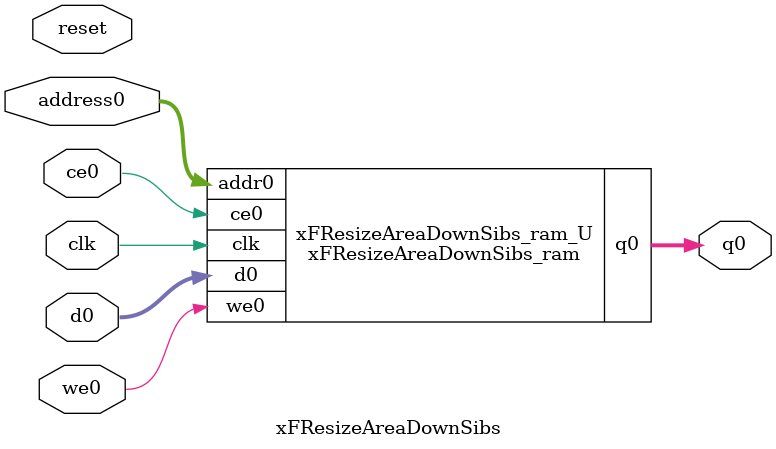
<source format=v>
`timescale 1 ns / 1 ps
module xFResizeAreaDownSibs_ram (addr0, ce0, d0, we0, q0,  clk);

parameter DWIDTH = 24;
parameter AWIDTH = 10;
parameter MEM_SIZE = 640;

input[AWIDTH-1:0] addr0;
input ce0;
input[DWIDTH-1:0] d0;
input we0;
output reg[DWIDTH-1:0] q0;
input clk;

(* ram_style = "block" *)reg [DWIDTH-1:0] ram[0:MEM_SIZE-1];




always @(posedge clk)  
begin 
    if (ce0) 
    begin
        if (we0) 
        begin 
            ram[addr0] <= d0; 
        end 
        q0 <= ram[addr0];
    end
end


endmodule

`timescale 1 ns / 1 ps
module xFResizeAreaDownSibs(
    reset,
    clk,
    address0,
    ce0,
    we0,
    d0,
    q0);

parameter DataWidth = 32'd24;
parameter AddressRange = 32'd640;
parameter AddressWidth = 32'd10;
input reset;
input clk;
input[AddressWidth - 1:0] address0;
input ce0;
input we0;
input[DataWidth - 1:0] d0;
output[DataWidth - 1:0] q0;



xFResizeAreaDownSibs_ram xFResizeAreaDownSibs_ram_U(
    .clk( clk ),
    .addr0( address0 ),
    .ce0( ce0 ),
    .we0( we0 ),
    .d0( d0 ),
    .q0( q0 ));

endmodule


</source>
